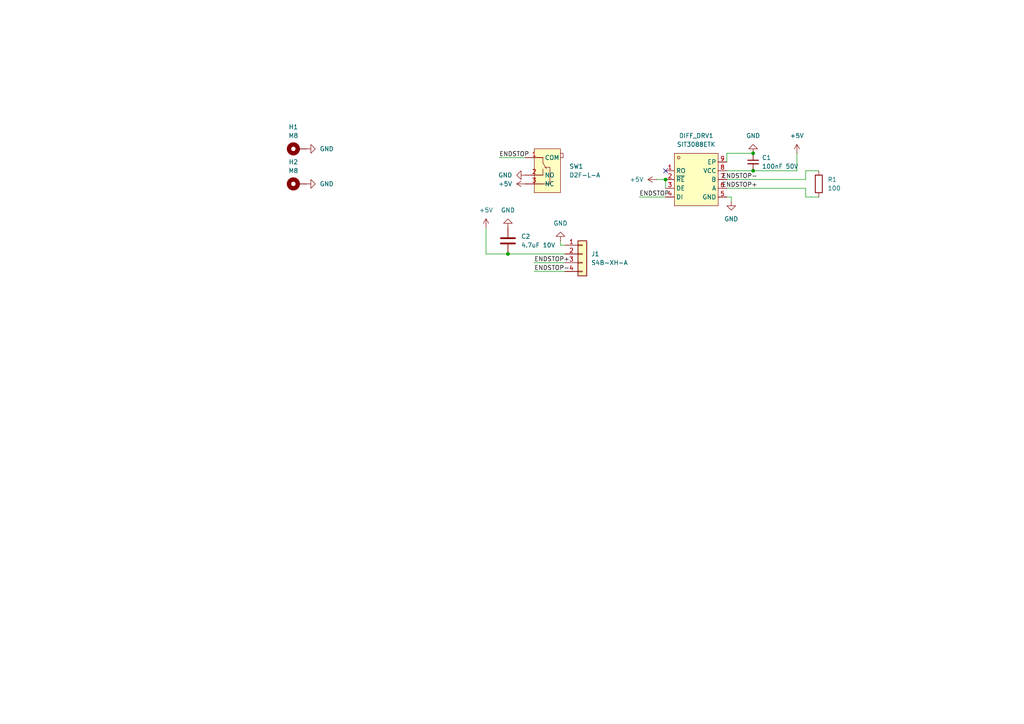
<source format=kicad_sch>
(kicad_sch (version 20250114) (generator "eeschema") (generator_version "9.0")
  (paper "A4")
  (lib_symbols
    (symbol "Connector_Generic:Conn_01x04" (pin_names (offset 1.016) (hide yes))
      (property "Reference" "J" (at 0 5.08 0))
      (property "Value" "Conn_01x04" (at 0 -7.62 0))
      (symbol "Conn_01x04_1_1"
        (rectangle (start -1.27 3.81) (end 1.27 -6.35) (stroke (width 0.254)) (fill (type background)))
        (rectangle (start -1.27 2.667) (end 0 2.413) (stroke (width 0.1524)))
        (rectangle (start -1.27 0.127) (end 0 -0.127) (stroke (width 0.1524)))
        (rectangle (start -1.27 -2.413) (end 0 -2.667) (stroke (width 0.1524)))
        (rectangle (start -1.27 -4.953) (end 0 -5.207) (stroke (width 0.1524)))
        (pin passive line (at -5.08 2.54 0) (length 3.81) (name "Pin_1") (number "1"))
        (pin passive line (at -5.08 0 0) (length 3.81) (name "Pin_2") (number "2"))
        (pin passive line (at -5.08 -2.54 0) (length 3.81) (name "Pin_3") (number "3"))
        (pin passive line (at -5.08 -5.08 0) (length 3.81) (name "Pin_4") (number "4"))
      )
    )
    (symbol "Device:C" (pin_numbers (hide yes)) (pin_names (offset 0.254))
      (property "Reference" "C" (at 0.635 2.54 0))
      (property "Value" "C" (at 0.635 -2.54 0))
      (symbol "C_0_1"
        (polyline (pts (xy -2.032 0.762) (xy 2.032 0.762)) (stroke (width 0.508)))
        (polyline (pts (xy -2.032 -0.762) (xy 2.032 -0.762)) (stroke (width 0.508)))
      )
      (symbol "C_1_1"
        (pin passive line (at 0 3.81 270) (length 2.794) (name "~") (number "1"))
        (pin passive line (at 0 -3.81 90) (length 2.794) (name "~") (number "2"))
      )
    )
    (symbol "Device:C_Small" (pin_numbers (hide yes)) (pin_names (offset 0.254) (hide yes))
      (property "Reference" "C" (at 0.254 1.778 0))
      (property "Value" "C_Small" (at 0.254 -2.032 0))
      (symbol "C_Small_0_1"
        (polyline (pts (xy -1.524 0.508) (xy 1.524 0.508)) (stroke (width 0.3048)))
        (polyline (pts (xy -1.524 -0.508) (xy 1.524 -0.508)) (stroke (width 0.3302)))
      )
      (symbol "C_Small_1_1"
        (pin passive line (at 0 2.54 270) (length 2.032) (name "~") (number "1"))
        (pin passive line (at 0 -2.54 90) (length 2.032) (name "~") (number "2"))
      )
    )
    (symbol "Device:R" (pin_numbers (hide yes)) (pin_names (offset 0))
      (property "Reference" "R" (at 2.032 0 90))
      (property "Value" "R" (at 0 0 90))
      (symbol "R_0_1"
        (rectangle (start -1.016 -2.54) (end 1.016 2.54) (stroke (width 0.254)))
      )
      (symbol "R_1_1"
        (pin passive line (at 0 3.81 270) (length 1.27) (name "~") (number "1"))
        (pin passive line (at 0 -3.81 90) (length 1.27) (name "~") (number "2"))
      )
    )
    (symbol "EasyEDA:D2F-L-A"
      (property "Reference" "SW" (at 0 0 0))
      (property "Value" "D2F-L-A" (at 0 -10.16 0))
      (symbol "D2F-L-A_0_1"
        (rectangle (start -5.08 5.08) (end 7.62 -2.54) (fill (type background)))
        (polyline (pts (xy -3.81 5.08) (xy -3.81 5.84) (xy -2.54 5.84) (xy -2.54 5.08)))
        (polyline (pts (xy -2.54 -2.54) (xy -2.54 0) (xy -1.02 0)))
        (polyline (pts (xy -1.02 0) (xy 0.76 1.02)))
        (polyline (pts (xy 0.76 0) (xy 2.54 0) (xy 2.54 -2.54)))
        (polyline (pts (xy 5.08 0) (xy 5.08 2.03) (xy 0.25 2.03) (xy 0.25 0.51)))
        (pin unspecified line (at -2.54 -5.08 90) (length 5.08) (name "COM") (number "1"))
        (pin unspecified line (at 2.54 -5.08 90) (length 5.08) (name "NO") (number "2"))
        (pin unspecified line (at 5.08 -5.08 90) (length 5.08) (name "NC") (number "3"))
      )
    )
    (symbol "EasyEDA:SIT3088ETK"
      (property "Reference" "U" (at 0 10.16 0))
      (property "Value" "SIT3088ETK" (at 0 -10.16 0))
      (symbol "SIT3088ETK_0_1"
        (rectangle (start -6.35 7.62) (end 6.35 -7.62) (fill (type background)))
        (circle (center -5.08 6.35) (radius 0.38))
        (pin unspecified line (at -8.89 2.54 0) (length 2.54) (name "RO") (number "1"))
        (pin unspecified line (at -8.89 0 0) (length 2.54) (name "~{RE}") (number "2"))
        (pin unspecified line (at -8.89 -2.54 0) (length 2.54) (name "DE") (number "3"))
        (pin unspecified line (at -8.89 -5.08 0) (length 2.54) (name "DI") (number "4"))
        (pin unspecified line (at 8.89 5.08 180) (length 2.54) (name "EP") (number "9"))
        (pin unspecified line (at 8.89 2.54 180) (length 2.54) (name "VCC") (number "8"))
        (pin unspecified line (at 8.89 0 180) (length 2.54) (name "B") (number "7"))
        (pin unspecified line (at 8.89 -2.54 180) (length 2.54) (name "A") (number "6"))
        (pin unspecified line (at 8.89 -5.08 180) (length 2.54) (name "GND") (number "5"))
      )
    )
    (symbol "Mechanical:MountingHole_Pad" (pin_numbers (hide yes)) (pin_names (offset 1.016) (hide yes)) (in_bom no)
      (property "Reference" "H" (at 0 6.35 0))
      (property "Value" "MountingHole_Pad" (at 0 4.445 0))
      (symbol "MountingHole_Pad_0_1"
        (circle (center 0 1.27) (radius 1.27) (stroke (width 1.27)))
      )
      (symbol "MountingHole_Pad_1_1"
        (pin input line (at 0 -2.54 90) (length 2.54) (name "1") (number "1"))
      )
    )
    (symbol "power:+5V" (power) (pin_numbers (hide yes)) (pin_names (offset 0) (hide yes))
      (property "Value" "+5V" (at 0 3.556 0))
      (symbol "+5V_0_1"
        (polyline (pts (xy -0.762 1.27) (xy 0 2.54)))
        (polyline (pts (xy 0 2.54) (xy 0.762 1.27)))
        (polyline (pts (xy 0 0) (xy 0 2.54)))
      )
      (symbol "+5V_1_1"
        (pin power_in line (at 0 0 90) (length 0) (name "~") (number "1"))
      )
    )
    (symbol "power:GND" (power) (pin_numbers (hide yes)) (pin_names (offset 0) (hide yes))
      (property "Value" "GND" (at 0 -3.81 0))
      (symbol "GND_0_1"
        (polyline (pts (xy 0 0) (xy 0 -1.27) (xy 1.27 -1.27) (xy 0 -2.54) (xy -1.27 -1.27) (xy 0 -1.27)))
      )
      (symbol "GND_1_1"
        (pin power_in line (at 0 0 270) (length 0) (name "~") (number "1"))
      )
    )
  )
  (junction (at 193.04 52.07))
  (junction (at 218.44 49.53))
  (junction (at 147.32 73.66))
  (junction (at 218.44 44.45))
  (no_connect (at 193.04 49.53))
  (wire (pts (xy 210.82 44.45) (xy 218.44 44.45)))
  (wire (pts (xy 233.68 49.53) (xy 233.68 52.07)))
  (wire (pts (xy 233.68 57.15) (xy 233.68 54.61)))
  (wire (pts (xy 185.42 57.15) (xy 193.04 57.15)))
  (wire (pts (xy 210.82 54.61) (xy 233.68 54.61)))
  (wire (pts (xy 237.49 57.15) (xy 233.68 57.15)))
  (wire (pts (xy 154.94 78.74) (xy 163.83 78.74)))
  (wire (pts (xy 193.04 54.61) (xy 193.04 52.07)))
  (wire (pts (xy 144.78 45.72) (xy 152.4 45.72)))
  (wire (pts (xy 193.04 52.07) (xy 190.5 52.07)))
  (wire (pts (xy 210.82 49.53) (xy 218.44 49.53)))
  (wire (pts (xy 140.97 73.66) (xy 147.32 73.66)))
  (wire (pts (xy 154.94 76.2) (xy 163.83 76.2)))
  (wire (pts (xy 212.09 57.15) (xy 212.09 58.42)))
  (wire (pts (xy 237.49 49.53) (xy 233.68 49.53)))
  (wire (pts (xy 162.56 69.85) (xy 162.56 71.12)))
  (wire (pts (xy 162.56 71.12) (xy 163.83 71.12)))
  (wire (pts (xy 210.82 57.15) (xy 212.09 57.15)))
  (wire (pts (xy 231.14 49.53) (xy 218.44 49.53)))
  (wire (pts (xy 147.32 73.66) (xy 163.83 73.66)))
  (wire (pts (xy 210.82 52.07) (xy 233.68 52.07)))
  (wire (pts (xy 210.82 46.99) (xy 210.82 44.45)))
  (wire (pts (xy 231.14 44.45) (xy 231.14 49.53)))
  (wire (pts (xy 140.97 66.04) (xy 140.97 73.66)))
  (label "ENDSTOP+" (at 219.71 54.61 180))
  (label "ENDSTOP" (at 144.78 45.72 0))
  (label "ENDSTOP-" (at 219.71 52.07 180))
  (label "ENDSTOP+" (at 154.94 76.2 0))
  (label "ENDSTOP" (at 185.42 57.15 0))
  (label "ENDSTOP-" (at 154.94 78.74 0))
  (symbol (lib_id "Device:C_Small") (at 218.44 46.99 0) (unit 1)
    (property "Reference" "C1" (at 220.98 45.7263 0) (effects (justify left)))
    (property "Value" "100nF 50V" (at 220.98 48.2663 0) (effects (justify left)))
    (property "Footprint" "Capacitor_SMD:C_0402_1005Metric" (effects (hide yes)))
    (property "Description" "Unpolarized capacitor, small symbol" (effects (hide yes)))
  )
  (symbol (lib_id "Device:C") (at 147.32 69.85 0) (unit 1)
    (property "Reference" "C2" (at 151.13 68.58 0) (effects (justify left)))
    (property "Value" "4.7uF 10V" (at 151.13 71.12 0) (effects (justify left)))
    (property "Footprint" "Capacitor_SMD:C_0402_1005Metric" (effects (hide yes)))
    (property "Description" "Unpolarized capacitor" (effects (hide yes)))
  )
  (symbol (lib_id "power:+5V") (at 152.4 53.34 90) (unit 1)
    (property "Reference" "#PWR02" (effects (hide yes)))
    (property "Value" "+5V" (at 148.59 53.34 90) (effects (justify left)))
    (property "Description" "Power symbol creates a global label with name \"+5V\"" (effects (hide yes)))
  )
  (symbol (lib_id "power:+5V") (at 231.14 44.45 0) (unit 1)
    (property "Reference" "#PWR03" (effects (hide yes)))
    (property "Value" "+5V" (at 231.14 39.37 0))
    (property "Description" "Power symbol creates a global label with name \"+5V\"" (effects (hide yes)))
  )
  (symbol (lib_id "power:GND") (at 212.09 58.42 0) (unit 1)
    (property "Reference" "#PWR06" (effects (hide yes)))
    (property "Value" "GND" (at 212.09 63.5 0))
    (property "Description" "Power symbol creates a global label with name \"GND\" , ground" (effects (hide yes)))
  )
  (symbol (lib_id "EasyEDA:D2F-L-A") (at 157.48 48.26 270) (unit 1)
    (property "Reference" "SW1" (at 165.1 48.26 90) (effects (justify left)))
    (property "Value" "D2F-L-A" (at 165.1 50.8 90) (effects (justify left)))
    (property "Footprint" "EasyEDA:SW-TH_D2F-L-A" (effects (hide yes)))
    (property "LCSC Part" "C726013" (effects (hide yes)))
  )
  (symbol (lib_id "power:GND") (at 88.9 43.18 90) (unit 1)
    (property "Reference" "#PWR010" (effects (hide yes)))
    (property "Value" "GND" (at 92.71 43.18 90) (effects (justify right)))
    (property "Description" "Power symbol creates a global label with name \"GND\" , ground" (effects (hide yes)))
  )
  (symbol (lib_id "power:GND") (at 152.4 50.8 270) (unit 1)
    (property "Reference" "#PWR01" (effects (hide yes)))
    (property "Value" "GND" (at 148.59 50.8 90) (effects (justify right)))
    (property "Description" "Power symbol creates a global label with name \"GND\" , ground" (effects (hide yes)))
  )
  (symbol (lib_id "power:+5V") (at 190.5 52.07 90) (unit 1)
    (property "Reference" "#PWR05" (effects (hide yes)))
    (property "Value" "+5V" (at 186.69 52.07 90) (effects (justify left)))
    (property "Description" "Power symbol creates a global label with name \"+5V\"" (effects (hide yes)))
  )
  (symbol (lib_id "Connector_Generic:Conn_01x04") (at 168.91 73.66 0) (unit 1)
    (property "Reference" "J1" (at 171.45 73.66 0) (effects (justify left)))
    (property "Value" "S4B-XH-A" (at 171.45 76.2 0) (effects (justify left)))
    (property "Footprint" "Connector_JST:JST_XH_S4B-XH-A_1x04_P2.50mm_Horizontal" (effects (hide yes)))
    (property "Description" "Generic connector, single row, 01x04, script generated (kicad-library-utils/schlib/autogen/connector/)" (effects (hide yes)))
  )
  (symbol (lib_id "power:GND") (at 147.32 66.04 180) (unit 1)
    (property "Reference" "#PWR09" (effects (hide yes)))
    (property "Value" "GND" (at 147.32 60.96 0))
    (property "Description" "Power symbol creates a global label with name \"GND\" , ground" (effects (hide yes)))
  )
  (symbol (lib_id "Mechanical:MountingHole_Pad") (at 86.36 53.34 90) (unit 1) (in_bom no)
    (property "Reference" "H2" (at 85.09 46.99 90))
    (property "Value" "M8" (at 85.09 49.53 90))
    (property "Footprint" "MountingHole:MountingHole_8.4mm_M8_Pad_Via" (effects (hide yes)))
    (property "Description" "Mounting Hole with connection" (effects (hide yes)))
  )
  (symbol (lib_id "power:GND") (at 218.44 44.45 180) (unit 1)
    (property "Reference" "#PWR04" (effects (hide yes)))
    (property "Value" "GND" (at 218.44 39.37 0))
    (property "Description" "Power symbol creates a global label with name \"GND\" , ground" (effects (hide yes)))
  )
  (symbol (lib_id "power:GND") (at 162.56 69.85 180) (unit 1)
    (property "Reference" "#PWR07" (effects (hide yes)))
    (property "Value" "GND" (at 162.56 64.77 0))
    (property "Description" "Power symbol creates a global label with name \"GND\" , ground" (effects (hide yes)))
  )
  (symbol (lib_id "power:GND") (at 88.9 53.34 90) (unit 1)
    (property "Reference" "#PWR011" (effects (hide yes)))
    (property "Value" "GND" (at 92.71 53.34 90) (effects (justify right)))
    (property "Description" "Power symbol creates a global label with name \"GND\" , ground" (effects (hide yes)))
  )
  (symbol (lib_id "Mechanical:MountingHole_Pad") (at 86.36 43.18 90) (unit 1) (in_bom no)
    (property "Reference" "H1" (at 85.09 36.83 90))
    (property "Value" "M8" (at 85.09 39.37 90))
    (property "Footprint" "MountingHole:MountingHole_8.4mm_M8_Pad_Via" (effects (hide yes)))
    (property "Description" "Mounting Hole with connection" (effects (hide yes)))
  )
  (symbol (lib_id "power:+5V") (at 140.97 66.04 0) (unit 1)
    (property "Reference" "#PWR08" (effects (hide yes)))
    (property "Value" "+5V" (at 140.97 60.96 0))
    (property "Description" "Power symbol creates a global label with name \"+5V\"" (effects (hide yes)))
  )
  (symbol (lib_id "EasyEDA:SIT3088ETK") (at 201.93 52.07 0) (unit 1)
    (property "Reference" "DIFF_DRV1" (at 201.93 39.37 0))
    (property "Value" "SIT3088ETK" (at 201.93 41.91 0))
    (property "Footprint" "EasyEDA:DFN-8_L3.0-W3.0-P0.65-BL-EP" (effects (hide yes)))
    (property "Datasheet" "https://lcsc.com/product-detail/RS-485-RS-422-ICs_SIT-SIT3088ETK_C601076.html" (effects (hide yes)))
    (property "LCSC Part" "C601076" (effects (hide yes)))
  )
  (symbol (lib_id "Device:R") (at 237.49 53.34 0) (unit 1)
    (property "Reference" "R1" (at 240.03 52.07 0) (effects (justify left)))
    (property "Value" "100" (at 240.03 54.61 0) (effects (justify left)))
    (property "Footprint" "Resistor_SMD:R_0402_1005Metric" (effects (hide yes)))
    (property "Description" "Resistor" (effects (hide yes)))
  )
)
</source>
